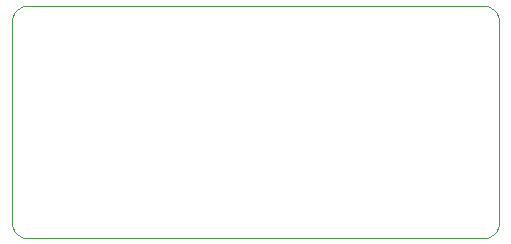
<source format=gbp>
G75*
G70*
%OFA0B0*%
%FSLAX24Y24*%
%IPPOS*%
%LPD*%
%AMOC8*
5,1,8,0,0,1.08239X$1,22.5*
%
%ADD10C,0.0000*%
D10*
X000850Y000550D02*
X016070Y000550D01*
X016114Y000552D01*
X016157Y000558D01*
X016199Y000567D01*
X016241Y000580D01*
X016281Y000597D01*
X016320Y000617D01*
X016357Y000640D01*
X016391Y000667D01*
X016424Y000696D01*
X016453Y000729D01*
X016480Y000763D01*
X016503Y000800D01*
X016523Y000839D01*
X016540Y000879D01*
X016553Y000921D01*
X016562Y000963D01*
X016568Y001006D01*
X016570Y001050D01*
X016570Y007796D01*
X016568Y007840D01*
X016562Y007883D01*
X016553Y007925D01*
X016540Y007967D01*
X016523Y008007D01*
X016503Y008046D01*
X016480Y008083D01*
X016453Y008117D01*
X016424Y008150D01*
X016391Y008179D01*
X016357Y008206D01*
X016320Y008229D01*
X016281Y008249D01*
X016241Y008266D01*
X016199Y008279D01*
X016157Y008288D01*
X016114Y008294D01*
X016070Y008296D01*
X000850Y008296D01*
X000806Y008294D01*
X000763Y008288D01*
X000721Y008279D01*
X000679Y008266D01*
X000639Y008249D01*
X000600Y008229D01*
X000563Y008206D01*
X000529Y008179D01*
X000496Y008150D01*
X000467Y008117D01*
X000440Y008083D01*
X000417Y008046D01*
X000397Y008007D01*
X000380Y007967D01*
X000367Y007925D01*
X000358Y007883D01*
X000352Y007840D01*
X000350Y007796D01*
X000350Y001050D01*
X000352Y001006D01*
X000358Y000963D01*
X000367Y000921D01*
X000380Y000879D01*
X000397Y000839D01*
X000417Y000800D01*
X000440Y000763D01*
X000467Y000729D01*
X000496Y000696D01*
X000529Y000667D01*
X000563Y000640D01*
X000600Y000617D01*
X000639Y000597D01*
X000679Y000580D01*
X000721Y000567D01*
X000763Y000558D01*
X000806Y000552D01*
X000850Y000550D01*
M02*

</source>
